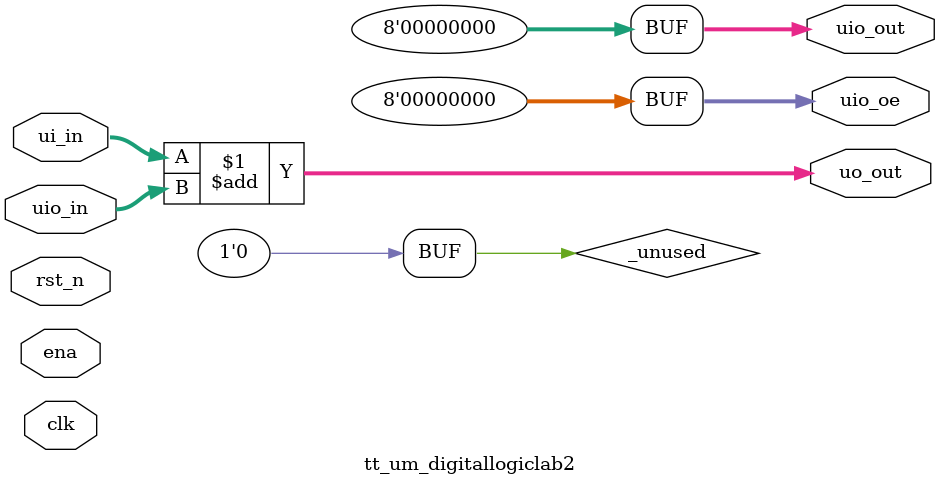
<source format=v>
/*
 * Copyright (c) 2024 Your Name
 * SPDX-License-Identifier: Apache-2.0
 */

`default_nettype none

module tt_um_digitallogiclab2 (
    input  wire [7:0] ui_in,    // Dedicated inputs
    output wire [7:0] uo_out,   // Dedicated outputs
    input  wire [7:0] uio_in,   // IOs: Input path
    output wire [7:0] uio_out,  // IOs: Output path
    output wire [7:0] uio_oe,   // IOs: Enable path (active high: 0=input, 1=output)
    input  wire       ena,      // always 1 when the design is powered, so you can ignore it
    input  wire       clk,      // clock
    input  wire       rst_n     // reset_n - low to reset
);

  // All output pins must be assigned. If not used, assign to 0.
  assign uo_out  = ui_in + uio_in;  // Example: ou_out is the sum of ui_in and uio_in
  assign uio_out = 0;
  assign uio_oe  = 0;

  // List all unused inputs to prevent warnings
  wire _unused = &{ena, clk, rst_n, 1'b0};

endmodule

</source>
